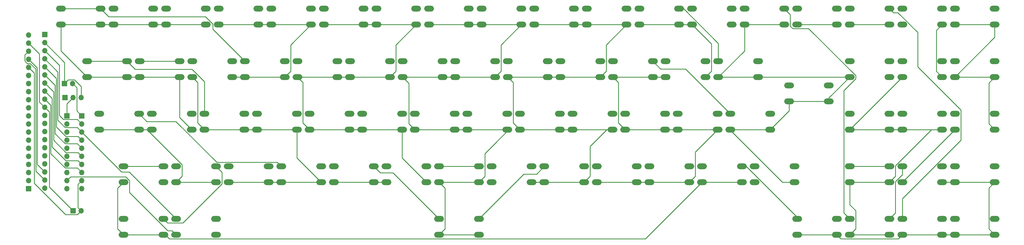
<source format=gbl>
G04 #@! TF.GenerationSoftware,KiCad,Pcbnew,(5.1.12)-1*
G04 #@! TF.CreationDate,2023-03-25T16:13:48+00:00*
G04 #@! TF.ProjectId,Keyboard,4b657962-6f61-4726-942e-6b696361645f,rev?*
G04 #@! TF.SameCoordinates,Original*
G04 #@! TF.FileFunction,Copper,L2,Bot*
G04 #@! TF.FilePolarity,Positive*
%FSLAX46Y46*%
G04 Gerber Fmt 4.6, Leading zero omitted, Abs format (unit mm)*
G04 Created by KiCad (PCBNEW (5.1.12)-1) date 2023-03-25 16:13:48*
%MOMM*%
%LPD*%
G01*
G04 APERTURE LIST*
G04 #@! TA.AperFunction,ComponentPad*
%ADD10O,1.700000X1.700000*%
G04 #@! TD*
G04 #@! TA.AperFunction,ComponentPad*
%ADD11R,1.700000X1.700000*%
G04 #@! TD*
G04 #@! TA.AperFunction,ComponentPad*
%ADD12O,3.048000X1.850000*%
G04 #@! TD*
G04 #@! TA.AperFunction,Conductor*
%ADD13C,0.250000*%
G04 #@! TD*
G04 APERTURE END LIST*
D10*
G04 #@! TO.P,JP2,2*
G04 #@! TO.N,Net-(J3-Pad1)*
X70612000Y-112141000D03*
D11*
G04 #@! TO.P,JP2,1*
G04 #@! TO.N,Y10*
X68072000Y-112141000D03*
G04 #@! TD*
D10*
G04 #@! TO.P,JP1,3*
G04 #@! TO.N,Y10*
X73279000Y-116586000D03*
G04 #@! TO.P,JP1,2*
G04 #@! TO.N,Net-(J2-Pad1)*
X70739000Y-116586000D03*
D11*
G04 #@! TO.P,JP1,1*
G04 #@! TO.N,X8*
X68199000Y-116586000D03*
G04 #@! TD*
D10*
G04 #@! TO.P,JP3,2*
G04 #@! TO.N,X9*
X73279000Y-152146000D03*
D11*
G04 #@! TO.P,JP3,1*
G04 #@! TO.N,X8*
X70739000Y-152146000D03*
G04 #@! TD*
D12*
G04 #@! TO.P,SW22,2*
G04 #@! TO.N,Y3*
X268224000Y-143176000D03*
G04 #@! TO.P,SW22,1*
G04 #@! TO.N,X7*
X268224000Y-138176000D03*
G04 #@! TO.P,SW22,2*
G04 #@! TO.N,Y3*
X280724000Y-143176000D03*
G04 #@! TO.P,SW22,1*
G04 #@! TO.N,X7*
X280724000Y-138176000D03*
G04 #@! TD*
D10*
G04 #@! TO.P,J6,20*
G04 #@! TO.N,Net-(J6-Pad20)*
X56769000Y-96901000D03*
G04 #@! TO.P,J6,19*
G04 #@! TO.N,X8*
X56769000Y-99441000D03*
G04 #@! TO.P,J6,18*
G04 #@! TO.N,Y1*
X56769000Y-101981000D03*
G04 #@! TO.P,J6,17*
G04 #@! TO.N,Y2*
X56769000Y-104521000D03*
G04 #@! TO.P,J6,16*
G04 #@! TO.N,X9*
X56769000Y-107061000D03*
G04 #@! TO.P,J6,15*
G04 #@! TO.N,Y10*
X56769000Y-109601000D03*
G04 #@! TO.P,J6,14*
G04 #@! TO.N,X1*
X56769000Y-112141000D03*
G04 #@! TO.P,J6,13*
G04 #@! TO.N,X2*
X56769000Y-114681000D03*
G04 #@! TO.P,J6,12*
G04 #@! TO.N,X3*
X56769000Y-117221000D03*
G04 #@! TO.P,J6,11*
G04 #@! TO.N,X4*
X56769000Y-119761000D03*
G04 #@! TO.P,J6,10*
G04 #@! TO.N,X5*
X56769000Y-122301000D03*
G04 #@! TO.P,J6,9*
G04 #@! TO.N,X6*
X56769000Y-124841000D03*
G04 #@! TO.P,J6,8*
G04 #@! TO.N,X7*
X56769000Y-127381000D03*
G04 #@! TO.P,J6,7*
G04 #@! TO.N,Y9*
X56769000Y-129921000D03*
G04 #@! TO.P,J6,6*
G04 #@! TO.N,Y8*
X56769000Y-132461000D03*
G04 #@! TO.P,J6,5*
G04 #@! TO.N,Y7*
X56769000Y-135001000D03*
G04 #@! TO.P,J6,4*
G04 #@! TO.N,Y6*
X56769000Y-137541000D03*
G04 #@! TO.P,J6,3*
G04 #@! TO.N,Y5*
X56769000Y-140081000D03*
G04 #@! TO.P,J6,2*
G04 #@! TO.N,Y4*
X56769000Y-142621000D03*
D11*
G04 #@! TO.P,J6,1*
G04 #@! TO.N,Y3*
X56769000Y-145161000D03*
G04 #@! TD*
D10*
G04 #@! TO.P,J3,10*
G04 #@! TO.N,Net-(J3-Pad10)*
X73484000Y-145161000D03*
G04 #@! TO.P,J3,9*
G04 #@! TO.N,X9*
X73484000Y-142621000D03*
G04 #@! TO.P,J3,8*
G04 #@! TO.N,X7*
X73484000Y-140081000D03*
G04 #@! TO.P,J3,7*
G04 #@! TO.N,X6*
X73484000Y-137541000D03*
G04 #@! TO.P,J3,6*
G04 #@! TO.N,X5*
X73484000Y-135001000D03*
G04 #@! TO.P,J3,5*
G04 #@! TO.N,X4*
X73484000Y-132461000D03*
G04 #@! TO.P,J3,4*
G04 #@! TO.N,X3*
X73484000Y-129921000D03*
G04 #@! TO.P,J3,3*
G04 #@! TO.N,X2*
X73484000Y-127381000D03*
G04 #@! TO.P,J3,2*
G04 #@! TO.N,X1*
X73484000Y-124841000D03*
D11*
G04 #@! TO.P,J3,1*
G04 #@! TO.N,Net-(J3-Pad1)*
X73484000Y-122301000D03*
G04 #@! TD*
D10*
G04 #@! TO.P,J2,10*
G04 #@! TO.N,Y1*
X68834000Y-145161000D03*
G04 #@! TO.P,J2,9*
G04 #@! TO.N,Y2*
X68834000Y-142621000D03*
G04 #@! TO.P,J2,8*
G04 #@! TO.N,Y3*
X68834000Y-140081000D03*
G04 #@! TO.P,J2,7*
G04 #@! TO.N,Y4*
X68834000Y-137541000D03*
G04 #@! TO.P,J2,6*
G04 #@! TO.N,Y5*
X68834000Y-135001000D03*
G04 #@! TO.P,J2,5*
G04 #@! TO.N,Y6*
X68834000Y-132461000D03*
G04 #@! TO.P,J2,4*
G04 #@! TO.N,Y7*
X68834000Y-129921000D03*
G04 #@! TO.P,J2,3*
G04 #@! TO.N,Y8*
X68834000Y-127381000D03*
G04 #@! TO.P,J2,2*
G04 #@! TO.N,Y9*
X68834000Y-124841000D03*
D11*
G04 #@! TO.P,J2,1*
G04 #@! TO.N,Net-(J2-Pad1)*
X68834000Y-122301000D03*
G04 #@! TD*
D12*
G04 #@! TO.P,SW121,2*
G04 #@! TO.N,Y3*
X284734000Y-143176000D03*
G04 #@! TO.P,SW121,1*
G04 #@! TO.N,X6*
X284734000Y-138176000D03*
G04 #@! TO.P,SW121,2*
G04 #@! TO.N,Y3*
X297234000Y-143176000D03*
G04 #@! TO.P,SW121,1*
G04 #@! TO.N,X6*
X297234000Y-138176000D03*
G04 #@! TD*
G04 #@! TO.P,SW79,2*
G04 #@! TO.N,Y10*
X298069000Y-93646000D03*
G04 #@! TO.P,SW79,1*
G04 #@! TO.N,X9*
X298069000Y-88646000D03*
G04 #@! TO.P,SW79,2*
G04 #@! TO.N,Y10*
X310569000Y-93646000D03*
G04 #@! TO.P,SW79,1*
G04 #@! TO.N,X9*
X310569000Y-88646000D03*
G04 #@! TD*
G04 #@! TO.P,SW71,2*
G04 #@! TO.N,Y9*
X103124000Y-143176000D03*
G04 #@! TO.P,SW71,1*
G04 #@! TO.N,X8*
X103124000Y-138176000D03*
G04 #@! TO.P,SW71,2*
G04 #@! TO.N,Y9*
X115624000Y-143176000D03*
G04 #@! TO.P,SW71,1*
G04 #@! TO.N,X8*
X115624000Y-138176000D03*
G04 #@! TD*
G04 #@! TO.P,SW70,2*
G04 #@! TO.N,Y9*
X78994000Y-126666000D03*
G04 #@! TO.P,SW70,1*
G04 #@! TO.N,X7*
X78994000Y-121666000D03*
G04 #@! TO.P,SW70,2*
G04 #@! TO.N,Y9*
X91494000Y-126666000D03*
G04 #@! TO.P,SW70,1*
G04 #@! TO.N,X7*
X91494000Y-121666000D03*
G04 #@! TD*
G04 #@! TO.P,SW69,2*
G04 #@! TO.N,Y9*
X95504000Y-126666000D03*
G04 #@! TO.P,SW69,1*
G04 #@! TO.N,X6*
X95504000Y-121666000D03*
G04 #@! TO.P,SW69,2*
G04 #@! TO.N,Y9*
X108004000Y-126666000D03*
G04 #@! TO.P,SW69,1*
G04 #@! TO.N,X6*
X108004000Y-121666000D03*
G04 #@! TD*
G04 #@! TO.P,SW68,2*
G04 #@! TO.N,Y9*
X75184000Y-110156000D03*
G04 #@! TO.P,SW68,1*
G04 #@! TO.N,X5*
X75184000Y-105156000D03*
G04 #@! TO.P,SW68,2*
G04 #@! TO.N,Y9*
X87684000Y-110156000D03*
G04 #@! TO.P,SW68,1*
G04 #@! TO.N,X5*
X87684000Y-105156000D03*
G04 #@! TD*
G04 #@! TO.P,SW67,2*
G04 #@! TO.N,Y9*
X91694000Y-110156000D03*
G04 #@! TO.P,SW67,1*
G04 #@! TO.N,X4*
X91694000Y-105156000D03*
G04 #@! TO.P,SW67,2*
G04 #@! TO.N,Y9*
X104194000Y-110156000D03*
G04 #@! TO.P,SW67,1*
G04 #@! TO.N,X4*
X104194000Y-105156000D03*
G04 #@! TD*
G04 #@! TO.P,SW66,2*
G04 #@! TO.N,Y9*
X66929000Y-93646000D03*
G04 #@! TO.P,SW66,1*
G04 #@! TO.N,X3*
X66929000Y-88646000D03*
G04 #@! TO.P,SW66,2*
G04 #@! TO.N,Y9*
X79429000Y-93646000D03*
G04 #@! TO.P,SW66,1*
G04 #@! TO.N,X3*
X79429000Y-88646000D03*
G04 #@! TD*
G04 #@! TO.P,SW65,2*
G04 #@! TO.N,Y9*
X99949000Y-93646000D03*
G04 #@! TO.P,SW65,1*
G04 #@! TO.N,X2*
X99949000Y-88646000D03*
G04 #@! TO.P,SW65,2*
G04 #@! TO.N,Y9*
X112449000Y-93646000D03*
G04 #@! TO.P,SW65,1*
G04 #@! TO.N,X2*
X112449000Y-88646000D03*
G04 #@! TD*
G04 #@! TO.P,SW64,2*
G04 #@! TO.N,Y9*
X83439000Y-93646000D03*
G04 #@! TO.P,SW64,1*
G04 #@! TO.N,X1*
X83439000Y-88646000D03*
G04 #@! TO.P,SW64,2*
G04 #@! TO.N,Y9*
X95939000Y-93646000D03*
G04 #@! TO.P,SW64,1*
G04 #@! TO.N,X1*
X95939000Y-88646000D03*
G04 #@! TD*
G04 #@! TO.P,SW63,2*
G04 #@! TO.N,Y8*
X119634000Y-143176000D03*
G04 #@! TO.P,SW63,1*
G04 #@! TO.N,X8*
X119634000Y-138176000D03*
G04 #@! TO.P,SW63,2*
G04 #@! TO.N,Y8*
X132134000Y-143176000D03*
G04 #@! TO.P,SW63,1*
G04 #@! TO.N,X8*
X132134000Y-138176000D03*
G04 #@! TD*
G04 #@! TO.P,SW62,2*
G04 #@! TO.N,Y8*
X136144000Y-143176000D03*
G04 #@! TO.P,SW62,1*
G04 #@! TO.N,X7*
X136144000Y-138176000D03*
G04 #@! TO.P,SW62,2*
G04 #@! TO.N,Y8*
X148644000Y-143176000D03*
G04 #@! TO.P,SW62,1*
G04 #@! TO.N,X7*
X148644000Y-138176000D03*
G04 #@! TD*
G04 #@! TO.P,SW61,2*
G04 #@! TO.N,Y8*
X128524000Y-126666000D03*
G04 #@! TO.P,SW61,1*
G04 #@! TO.N,X6*
X128524000Y-121666000D03*
G04 #@! TO.P,SW61,2*
G04 #@! TO.N,Y8*
X141024000Y-126666000D03*
G04 #@! TO.P,SW61,1*
G04 #@! TO.N,X6*
X141024000Y-121666000D03*
G04 #@! TD*
G04 #@! TO.P,SW60,2*
G04 #@! TO.N,Y8*
X112014000Y-126666000D03*
G04 #@! TO.P,SW60,1*
G04 #@! TO.N,X5*
X112014000Y-121666000D03*
G04 #@! TO.P,SW60,2*
G04 #@! TO.N,Y8*
X124514000Y-126666000D03*
G04 #@! TO.P,SW60,1*
G04 #@! TO.N,X5*
X124514000Y-121666000D03*
G04 #@! TD*
G04 #@! TO.P,SW59,2*
G04 #@! TO.N,Y8*
X108204000Y-110156000D03*
G04 #@! TO.P,SW59,1*
G04 #@! TO.N,X4*
X108204000Y-105156000D03*
G04 #@! TO.P,SW59,2*
G04 #@! TO.N,Y8*
X120704000Y-110156000D03*
G04 #@! TO.P,SW59,1*
G04 #@! TO.N,X4*
X120704000Y-105156000D03*
G04 #@! TD*
G04 #@! TO.P,SW58,2*
G04 #@! TO.N,Y8*
X124714000Y-110156000D03*
G04 #@! TO.P,SW58,1*
G04 #@! TO.N,X3*
X124714000Y-105156000D03*
G04 #@! TO.P,SW58,2*
G04 #@! TO.N,Y8*
X137214000Y-110156000D03*
G04 #@! TO.P,SW58,1*
G04 #@! TO.N,X3*
X137214000Y-105156000D03*
G04 #@! TD*
G04 #@! TO.P,SW57,2*
G04 #@! TO.N,Y8*
X116459000Y-93646000D03*
G04 #@! TO.P,SW57,1*
G04 #@! TO.N,X2*
X116459000Y-88646000D03*
G04 #@! TO.P,SW57,2*
G04 #@! TO.N,Y8*
X128959000Y-93646000D03*
G04 #@! TO.P,SW57,1*
G04 #@! TO.N,X2*
X128959000Y-88646000D03*
G04 #@! TD*
G04 #@! TO.P,SW56,2*
G04 #@! TO.N,Y8*
X132969000Y-93646000D03*
G04 #@! TO.P,SW56,1*
G04 #@! TO.N,X1*
X132969000Y-88646000D03*
G04 #@! TO.P,SW56,2*
G04 #@! TO.N,Y8*
X145469000Y-93646000D03*
G04 #@! TO.P,SW56,1*
G04 #@! TO.N,X1*
X145469000Y-88646000D03*
G04 #@! TD*
G04 #@! TO.P,SW55,2*
G04 #@! TO.N,Y7*
X152654000Y-143176000D03*
G04 #@! TO.P,SW55,1*
G04 #@! TO.N,X8*
X152654000Y-138176000D03*
G04 #@! TO.P,SW55,2*
G04 #@! TO.N,Y7*
X165154000Y-143176000D03*
G04 #@! TO.P,SW55,1*
G04 #@! TO.N,X8*
X165154000Y-138176000D03*
G04 #@! TD*
G04 #@! TO.P,SW54,2*
G04 #@! TO.N,Y7*
X169164000Y-143176000D03*
G04 #@! TO.P,SW54,1*
G04 #@! TO.N,X7*
X169164000Y-138176000D03*
G04 #@! TO.P,SW54,2*
G04 #@! TO.N,Y7*
X181664000Y-143176000D03*
G04 #@! TO.P,SW54,1*
G04 #@! TO.N,X7*
X181664000Y-138176000D03*
G04 #@! TD*
G04 #@! TO.P,SW53,2*
G04 #@! TO.N,Y7*
X145034000Y-126666000D03*
G04 #@! TO.P,SW53,1*
G04 #@! TO.N,X6*
X145034000Y-121666000D03*
G04 #@! TO.P,SW53,2*
G04 #@! TO.N,Y7*
X157534000Y-126666000D03*
G04 #@! TO.P,SW53,1*
G04 #@! TO.N,X6*
X157534000Y-121666000D03*
G04 #@! TD*
G04 #@! TO.P,SW52,2*
G04 #@! TO.N,Y7*
X161544000Y-126666000D03*
G04 #@! TO.P,SW52,1*
G04 #@! TO.N,X5*
X161544000Y-121666000D03*
G04 #@! TO.P,SW52,2*
G04 #@! TO.N,Y7*
X174044000Y-126666000D03*
G04 #@! TO.P,SW52,1*
G04 #@! TO.N,X5*
X174044000Y-121666000D03*
G04 #@! TD*
G04 #@! TO.P,SW51,2*
G04 #@! TO.N,Y7*
X157734000Y-110156000D03*
G04 #@! TO.P,SW51,1*
G04 #@! TO.N,X4*
X157734000Y-105156000D03*
G04 #@! TO.P,SW51,2*
G04 #@! TO.N,Y7*
X170234000Y-110156000D03*
G04 #@! TO.P,SW51,1*
G04 #@! TO.N,X4*
X170234000Y-105156000D03*
G04 #@! TD*
G04 #@! TO.P,SW50,2*
G04 #@! TO.N,Y7*
X141224000Y-110156000D03*
G04 #@! TO.P,SW50,1*
G04 #@! TO.N,X3*
X141224000Y-105156000D03*
G04 #@! TO.P,SW50,2*
G04 #@! TO.N,Y7*
X153724000Y-110156000D03*
G04 #@! TO.P,SW50,1*
G04 #@! TO.N,X3*
X153724000Y-105156000D03*
G04 #@! TD*
G04 #@! TO.P,SW49,2*
G04 #@! TO.N,Y7*
X149479000Y-93646000D03*
G04 #@! TO.P,SW49,1*
G04 #@! TO.N,X2*
X149479000Y-88646000D03*
G04 #@! TO.P,SW49,2*
G04 #@! TO.N,Y7*
X161979000Y-93646000D03*
G04 #@! TO.P,SW49,1*
G04 #@! TO.N,X2*
X161979000Y-88646000D03*
G04 #@! TD*
G04 #@! TO.P,SW48,2*
G04 #@! TO.N,Y7*
X165989000Y-93646000D03*
G04 #@! TO.P,SW48,1*
G04 #@! TO.N,X1*
X165989000Y-88646000D03*
G04 #@! TO.P,SW48,2*
G04 #@! TO.N,Y7*
X178489000Y-93646000D03*
G04 #@! TO.P,SW48,1*
G04 #@! TO.N,X1*
X178489000Y-88646000D03*
G04 #@! TD*
G04 #@! TO.P,SW47,2*
G04 #@! TO.N,Y6*
X185674000Y-159686000D03*
G04 #@! TO.P,SW47,1*
G04 #@! TO.N,X8*
X185674000Y-154686000D03*
G04 #@! TO.P,SW47,2*
G04 #@! TO.N,Y6*
X198174000Y-159686000D03*
G04 #@! TO.P,SW47,1*
G04 #@! TO.N,X8*
X198174000Y-154686000D03*
G04 #@! TD*
G04 #@! TO.P,SW46,2*
G04 #@! TO.N,Y6*
X185674000Y-143176000D03*
G04 #@! TO.P,SW46,1*
G04 #@! TO.N,X7*
X185674000Y-138176000D03*
G04 #@! TO.P,SW46,2*
G04 #@! TO.N,Y6*
X198174000Y-143176000D03*
G04 #@! TO.P,SW46,1*
G04 #@! TO.N,X7*
X198174000Y-138176000D03*
G04 #@! TD*
G04 #@! TO.P,SW45,2*
G04 #@! TO.N,Y6*
X194564000Y-126666000D03*
G04 #@! TO.P,SW45,1*
G04 #@! TO.N,X6*
X194564000Y-121666000D03*
G04 #@! TO.P,SW45,2*
G04 #@! TO.N,Y6*
X207064000Y-126666000D03*
G04 #@! TO.P,SW45,1*
G04 #@! TO.N,X6*
X207064000Y-121666000D03*
G04 #@! TD*
G04 #@! TO.P,SW44,2*
G04 #@! TO.N,Y6*
X178054000Y-126666000D03*
G04 #@! TO.P,SW44,1*
G04 #@! TO.N,X5*
X178054000Y-121666000D03*
G04 #@! TO.P,SW44,2*
G04 #@! TO.N,Y6*
X190554000Y-126666000D03*
G04 #@! TO.P,SW44,1*
G04 #@! TO.N,X5*
X190554000Y-121666000D03*
G04 #@! TD*
G04 #@! TO.P,SW43,2*
G04 #@! TO.N,Y6*
X174244000Y-110156000D03*
G04 #@! TO.P,SW43,1*
G04 #@! TO.N,X4*
X174244000Y-105156000D03*
G04 #@! TO.P,SW43,2*
G04 #@! TO.N,Y6*
X186744000Y-110156000D03*
G04 #@! TO.P,SW43,1*
G04 #@! TO.N,X4*
X186744000Y-105156000D03*
G04 #@! TD*
G04 #@! TO.P,SW42,2*
G04 #@! TO.N,Y6*
X190754000Y-110156000D03*
G04 #@! TO.P,SW42,1*
G04 #@! TO.N,X3*
X190754000Y-105156000D03*
G04 #@! TO.P,SW42,2*
G04 #@! TO.N,Y6*
X203254000Y-110156000D03*
G04 #@! TO.P,SW42,1*
G04 #@! TO.N,X3*
X203254000Y-105156000D03*
G04 #@! TD*
G04 #@! TO.P,SW41,2*
G04 #@! TO.N,Y6*
X182499000Y-93646000D03*
G04 #@! TO.P,SW41,1*
G04 #@! TO.N,X2*
X182499000Y-88646000D03*
G04 #@! TO.P,SW41,2*
G04 #@! TO.N,Y6*
X194999000Y-93646000D03*
G04 #@! TO.P,SW41,1*
G04 #@! TO.N,X2*
X194999000Y-88646000D03*
G04 #@! TD*
G04 #@! TO.P,SW40,2*
G04 #@! TO.N,Y6*
X199009000Y-93646000D03*
G04 #@! TO.P,SW40,1*
G04 #@! TO.N,X1*
X199009000Y-88646000D03*
G04 #@! TO.P,SW40,2*
G04 #@! TO.N,Y6*
X211509000Y-93646000D03*
G04 #@! TO.P,SW40,1*
G04 #@! TO.N,X1*
X211509000Y-88646000D03*
G04 #@! TD*
G04 #@! TO.P,SW39,2*
G04 #@! TO.N,Y5*
X218694000Y-143176000D03*
G04 #@! TO.P,SW39,1*
G04 #@! TO.N,X8*
X218694000Y-138176000D03*
G04 #@! TO.P,SW39,2*
G04 #@! TO.N,Y5*
X231194000Y-143176000D03*
G04 #@! TO.P,SW39,1*
G04 #@! TO.N,X8*
X231194000Y-138176000D03*
G04 #@! TD*
G04 #@! TO.P,SW38,2*
G04 #@! TO.N,Y5*
X202184000Y-143176000D03*
G04 #@! TO.P,SW38,1*
G04 #@! TO.N,X7*
X202184000Y-138176000D03*
G04 #@! TO.P,SW38,2*
G04 #@! TO.N,Y5*
X214684000Y-143176000D03*
G04 #@! TO.P,SW38,1*
G04 #@! TO.N,X7*
X214684000Y-138176000D03*
G04 #@! TD*
G04 #@! TO.P,SW37,2*
G04 #@! TO.N,Y5*
X211074000Y-126666000D03*
G04 #@! TO.P,SW37,1*
G04 #@! TO.N,X6*
X211074000Y-121666000D03*
G04 #@! TO.P,SW37,2*
G04 #@! TO.N,Y5*
X223574000Y-126666000D03*
G04 #@! TO.P,SW37,1*
G04 #@! TO.N,X6*
X223574000Y-121666000D03*
G04 #@! TD*
G04 #@! TO.P,SW36,2*
G04 #@! TO.N,Y5*
X227584000Y-126666000D03*
G04 #@! TO.P,SW36,1*
G04 #@! TO.N,X5*
X227584000Y-121666000D03*
G04 #@! TO.P,SW36,2*
G04 #@! TO.N,Y5*
X240084000Y-126666000D03*
G04 #@! TO.P,SW36,1*
G04 #@! TO.N,X5*
X240084000Y-121666000D03*
G04 #@! TD*
G04 #@! TO.P,SW35,2*
G04 #@! TO.N,Y5*
X207264000Y-110156000D03*
G04 #@! TO.P,SW35,1*
G04 #@! TO.N,X4*
X207264000Y-105156000D03*
G04 #@! TO.P,SW35,2*
G04 #@! TO.N,Y5*
X219764000Y-110156000D03*
G04 #@! TO.P,SW35,1*
G04 #@! TO.N,X4*
X219764000Y-105156000D03*
G04 #@! TD*
G04 #@! TO.P,SW34,2*
G04 #@! TO.N,Y5*
X223774000Y-110156000D03*
G04 #@! TO.P,SW34,1*
G04 #@! TO.N,X3*
X223774000Y-105156000D03*
G04 #@! TO.P,SW34,2*
G04 #@! TO.N,Y5*
X236274000Y-110156000D03*
G04 #@! TO.P,SW34,1*
G04 #@! TO.N,X3*
X236274000Y-105156000D03*
G04 #@! TD*
G04 #@! TO.P,SW33,2*
G04 #@! TO.N,Y5*
X215519000Y-93646000D03*
G04 #@! TO.P,SW33,1*
G04 #@! TO.N,X2*
X215519000Y-88646000D03*
G04 #@! TO.P,SW33,2*
G04 #@! TO.N,Y5*
X228019000Y-93646000D03*
G04 #@! TO.P,SW33,1*
G04 #@! TO.N,X2*
X228019000Y-88646000D03*
G04 #@! TD*
G04 #@! TO.P,SW32,2*
G04 #@! TO.N,Y5*
X232029000Y-93646000D03*
G04 #@! TO.P,SW32,1*
G04 #@! TO.N,X1*
X232029000Y-88646000D03*
G04 #@! TO.P,SW32,2*
G04 #@! TO.N,Y5*
X244529000Y-93646000D03*
G04 #@! TO.P,SW32,1*
G04 #@! TO.N,X1*
X244529000Y-88646000D03*
G04 #@! TD*
G04 #@! TO.P,SW31,2*
G04 #@! TO.N,Y4*
X235204000Y-143176000D03*
G04 #@! TO.P,SW31,1*
G04 #@! TO.N,X8*
X235204000Y-138176000D03*
G04 #@! TO.P,SW31,2*
G04 #@! TO.N,Y4*
X247704000Y-143176000D03*
G04 #@! TO.P,SW31,1*
G04 #@! TO.N,X8*
X247704000Y-138176000D03*
G04 #@! TD*
G04 #@! TO.P,SW30,2*
G04 #@! TO.N,Y4*
X251714000Y-143176000D03*
G04 #@! TO.P,SW30,1*
G04 #@! TO.N,X7*
X251714000Y-138176000D03*
G04 #@! TO.P,SW30,2*
G04 #@! TO.N,Y4*
X264214000Y-143176000D03*
G04 #@! TO.P,SW30,1*
G04 #@! TO.N,X7*
X264214000Y-138176000D03*
G04 #@! TD*
G04 #@! TO.P,SW29,2*
G04 #@! TO.N,Y4*
X244094000Y-126666000D03*
G04 #@! TO.P,SW29,1*
G04 #@! TO.N,X6*
X244094000Y-121666000D03*
G04 #@! TO.P,SW29,2*
G04 #@! TO.N,Y4*
X256594000Y-126666000D03*
G04 #@! TO.P,SW29,1*
G04 #@! TO.N,X6*
X256594000Y-121666000D03*
G04 #@! TD*
G04 #@! TO.P,SW28,2*
G04 #@! TO.N,Y4*
X260604000Y-126666000D03*
G04 #@! TO.P,SW28,1*
G04 #@! TO.N,X5*
X260604000Y-121666000D03*
G04 #@! TO.P,SW28,2*
G04 #@! TO.N,Y4*
X273104000Y-126666000D03*
G04 #@! TO.P,SW28,1*
G04 #@! TO.N,X5*
X273104000Y-121666000D03*
G04 #@! TD*
G04 #@! TO.P,SW27,2*
G04 #@! TO.N,Y4*
X240284000Y-110156000D03*
G04 #@! TO.P,SW27,1*
G04 #@! TO.N,X4*
X240284000Y-105156000D03*
G04 #@! TO.P,SW27,2*
G04 #@! TO.N,Y4*
X252784000Y-110156000D03*
G04 #@! TO.P,SW27,1*
G04 #@! TO.N,X4*
X252784000Y-105156000D03*
G04 #@! TD*
G04 #@! TO.P,SW26,2*
G04 #@! TO.N,Y4*
X256794000Y-110156000D03*
G04 #@! TO.P,SW26,1*
G04 #@! TO.N,X3*
X256794000Y-105156000D03*
G04 #@! TO.P,SW26,2*
G04 #@! TO.N,Y4*
X269294000Y-110156000D03*
G04 #@! TO.P,SW26,1*
G04 #@! TO.N,X3*
X269294000Y-105156000D03*
G04 #@! TD*
G04 #@! TO.P,SW25,2*
G04 #@! TO.N,Y4*
X248539000Y-93646000D03*
G04 #@! TO.P,SW25,1*
G04 #@! TO.N,X2*
X248539000Y-88646000D03*
G04 #@! TO.P,SW25,2*
G04 #@! TO.N,Y4*
X261039000Y-93646000D03*
G04 #@! TO.P,SW25,1*
G04 #@! TO.N,X2*
X261039000Y-88646000D03*
G04 #@! TD*
G04 #@! TO.P,SW24,2*
G04 #@! TO.N,Y4*
X265049000Y-93646000D03*
G04 #@! TO.P,SW24,1*
G04 #@! TO.N,X1*
X265049000Y-88646000D03*
G04 #@! TO.P,SW24,2*
G04 #@! TO.N,Y4*
X277549000Y-93646000D03*
G04 #@! TO.P,SW24,1*
G04 #@! TO.N,X1*
X277549000Y-88646000D03*
G04 #@! TD*
G04 #@! TO.P,SW23,2*
G04 #@! TO.N,Y3*
X86614000Y-159686000D03*
G04 #@! TO.P,SW23,1*
G04 #@! TO.N,X8*
X86614000Y-154686000D03*
G04 #@! TO.P,SW23,2*
G04 #@! TO.N,Y3*
X99114000Y-159686000D03*
G04 #@! TO.P,SW23,1*
G04 #@! TO.N,X8*
X99114000Y-154686000D03*
G04 #@! TD*
G04 #@! TO.P,SW21,2*
G04 #@! TO.N,Y3*
X86614000Y-143176000D03*
G04 #@! TO.P,SW21,1*
G04 #@! TO.N,X6*
X86614000Y-138176000D03*
G04 #@! TO.P,SW21,2*
G04 #@! TO.N,Y3*
X99114000Y-143176000D03*
G04 #@! TO.P,SW21,1*
G04 #@! TO.N,X6*
X99114000Y-138176000D03*
G04 #@! TD*
G04 #@! TO.P,SW20,2*
G04 #@! TO.N,Y3*
X314579000Y-110156000D03*
G04 #@! TO.P,SW20,1*
G04 #@! TO.N,X5*
X314579000Y-105156000D03*
G04 #@! TO.P,SW20,2*
G04 #@! TO.N,Y3*
X327079000Y-110156000D03*
G04 #@! TO.P,SW20,1*
G04 #@! TO.N,X5*
X327079000Y-105156000D03*
G04 #@! TD*
G04 #@! TO.P,SW19,2*
G04 #@! TO.N,Y3*
X277114000Y-126666000D03*
G04 #@! TO.P,SW19,1*
G04 #@! TO.N,X4*
X277114000Y-121666000D03*
G04 #@! TO.P,SW19,2*
G04 #@! TO.N,Y3*
X289614000Y-126666000D03*
G04 #@! TO.P,SW19,1*
G04 #@! TO.N,X4*
X289614000Y-121666000D03*
G04 #@! TD*
G04 #@! TO.P,SW18,2*
G04 #@! TO.N,Y3*
X295529000Y-117776000D03*
G04 #@! TO.P,SW18,1*
G04 #@! TO.N,X3*
X295529000Y-112776000D03*
G04 #@! TO.P,SW18,2*
G04 #@! TO.N,Y3*
X308029000Y-117776000D03*
G04 #@! TO.P,SW18,1*
G04 #@! TO.N,X3*
X308029000Y-112776000D03*
G04 #@! TD*
G04 #@! TO.P,SW17,2*
G04 #@! TO.N,Y3*
X273304000Y-110156000D03*
G04 #@! TO.P,SW17,1*
G04 #@! TO.N,X2*
X273304000Y-105156000D03*
G04 #@! TO.P,SW17,2*
G04 #@! TO.N,Y3*
X285804000Y-110156000D03*
G04 #@! TO.P,SW17,1*
G04 #@! TO.N,X2*
X285804000Y-105156000D03*
G04 #@! TD*
G04 #@! TO.P,SW16,2*
G04 #@! TO.N,Y3*
X281559000Y-93646000D03*
G04 #@! TO.P,SW16,1*
G04 #@! TO.N,X1*
X281559000Y-88646000D03*
G04 #@! TO.P,SW16,2*
G04 #@! TO.N,Y3*
X294059000Y-93646000D03*
G04 #@! TO.P,SW16,1*
G04 #@! TO.N,X1*
X294059000Y-88646000D03*
G04 #@! TD*
G04 #@! TO.P,SW15,2*
G04 #@! TO.N,Y2*
X314579000Y-143176000D03*
G04 #@! TO.P,SW15,1*
G04 #@! TO.N,X8*
X314579000Y-138176000D03*
G04 #@! TO.P,SW15,2*
G04 #@! TO.N,Y2*
X327079000Y-143176000D03*
G04 #@! TO.P,SW15,1*
G04 #@! TO.N,X8*
X327079000Y-138176000D03*
G04 #@! TD*
G04 #@! TO.P,SW14,2*
G04 #@! TO.N,Y2*
X331089000Y-126666000D03*
G04 #@! TO.P,SW14,1*
G04 #@! TO.N,X7*
X331089000Y-121666000D03*
G04 #@! TO.P,SW14,2*
G04 #@! TO.N,Y2*
X343589000Y-126666000D03*
G04 #@! TO.P,SW14,1*
G04 #@! TO.N,X7*
X343589000Y-121666000D03*
G04 #@! TD*
G04 #@! TO.P,SW13,2*
G04 #@! TO.N,Y2*
X314579000Y-126666000D03*
G04 #@! TO.P,SW13,1*
G04 #@! TO.N,X6*
X314579000Y-121666000D03*
G04 #@! TO.P,SW13,2*
G04 #@! TO.N,Y2*
X327079000Y-126666000D03*
G04 #@! TO.P,SW13,1*
G04 #@! TO.N,X6*
X327079000Y-121666000D03*
G04 #@! TD*
G04 #@! TO.P,SW12,2*
G04 #@! TO.N,Y2*
X331089000Y-110156000D03*
G04 #@! TO.P,SW12,1*
G04 #@! TO.N,X5*
X331089000Y-105156000D03*
G04 #@! TO.P,SW12,2*
G04 #@! TO.N,Y2*
X343589000Y-110156000D03*
G04 #@! TO.P,SW12,1*
G04 #@! TO.N,X5*
X343589000Y-105156000D03*
G04 #@! TD*
G04 #@! TO.P,SW11,2*
G04 #@! TO.N,Y2*
X331089000Y-93646000D03*
G04 #@! TO.P,SW11,1*
G04 #@! TO.N,X4*
X331089000Y-88646000D03*
G04 #@! TO.P,SW11,2*
G04 #@! TO.N,Y2*
X343589000Y-93646000D03*
G04 #@! TO.P,SW11,1*
G04 #@! TO.N,X4*
X343589000Y-88646000D03*
G04 #@! TD*
G04 #@! TO.P,SW10,2*
G04 #@! TO.N,Y2*
X314579000Y-93646000D03*
G04 #@! TO.P,SW10,1*
G04 #@! TO.N,X3*
X314579000Y-88646000D03*
G04 #@! TO.P,SW10,2*
G04 #@! TO.N,Y2*
X327079000Y-93646000D03*
G04 #@! TO.P,SW10,1*
G04 #@! TO.N,X3*
X327079000Y-88646000D03*
G04 #@! TD*
G04 #@! TO.P,SW9,2*
G04 #@! TO.N,Y2*
X103124000Y-159686000D03*
G04 #@! TO.P,SW9,1*
G04 #@! TO.N,X2*
X103124000Y-154686000D03*
G04 #@! TO.P,SW9,2*
G04 #@! TO.N,Y2*
X115624000Y-159686000D03*
G04 #@! TO.P,SW9,1*
G04 #@! TO.N,X2*
X115624000Y-154686000D03*
G04 #@! TD*
G04 #@! TO.P,SW8,2*
G04 #@! TO.N,Y2*
X314579000Y-159686000D03*
G04 #@! TO.P,SW8,1*
G04 #@! TO.N,X1*
X314579000Y-154686000D03*
G04 #@! TO.P,SW8,2*
G04 #@! TO.N,Y2*
X327079000Y-159686000D03*
G04 #@! TO.P,SW8,1*
G04 #@! TO.N,X1*
X327079000Y-154686000D03*
G04 #@! TD*
G04 #@! TO.P,SW7,2*
G04 #@! TO.N,Y1*
X347599000Y-143176000D03*
G04 #@! TO.P,SW7,1*
G04 #@! TO.N,X8*
X347599000Y-138176000D03*
G04 #@! TO.P,SW7,2*
G04 #@! TO.N,Y1*
X360099000Y-143176000D03*
G04 #@! TO.P,SW7,1*
G04 #@! TO.N,X8*
X360099000Y-138176000D03*
G04 #@! TD*
G04 #@! TO.P,SW6,2*
G04 #@! TO.N,Y1*
X298069000Y-159686000D03*
G04 #@! TO.P,SW6,1*
G04 #@! TO.N,X7*
X298069000Y-154686000D03*
G04 #@! TO.P,SW6,2*
G04 #@! TO.N,Y1*
X310569000Y-159686000D03*
G04 #@! TO.P,SW6,1*
G04 #@! TO.N,X7*
X310569000Y-154686000D03*
G04 #@! TD*
G04 #@! TO.P,SW5,2*
G04 #@! TO.N,Y1*
X347599000Y-126666000D03*
G04 #@! TO.P,SW5,1*
G04 #@! TO.N,X6*
X347599000Y-121666000D03*
G04 #@! TO.P,SW5,2*
G04 #@! TO.N,Y1*
X360099000Y-126666000D03*
G04 #@! TO.P,SW5,1*
G04 #@! TO.N,X6*
X360099000Y-121666000D03*
G04 #@! TD*
G04 #@! TO.P,SW4,2*
G04 #@! TO.N,Y1*
X347599000Y-110156000D03*
G04 #@! TO.P,SW4,1*
G04 #@! TO.N,X5*
X347599000Y-105156000D03*
G04 #@! TO.P,SW4,2*
G04 #@! TO.N,Y1*
X360099000Y-110156000D03*
G04 #@! TO.P,SW4,1*
G04 #@! TO.N,X5*
X360099000Y-105156000D03*
G04 #@! TD*
G04 #@! TO.P,SW3,2*
G04 #@! TO.N,Y1*
X347599000Y-93646000D03*
G04 #@! TO.P,SW3,1*
G04 #@! TO.N,X4*
X347599000Y-88646000D03*
G04 #@! TO.P,SW3,2*
G04 #@! TO.N,Y1*
X360099000Y-93646000D03*
G04 #@! TO.P,SW3,1*
G04 #@! TO.N,X4*
X360099000Y-88646000D03*
G04 #@! TD*
G04 #@! TO.P,SW2,2*
G04 #@! TO.N,Y1*
X331089000Y-159686000D03*
G04 #@! TO.P,SW2,1*
G04 #@! TO.N,X3*
X331089000Y-154686000D03*
G04 #@! TO.P,SW2,2*
G04 #@! TO.N,Y1*
X343589000Y-159686000D03*
G04 #@! TO.P,SW2,1*
G04 #@! TO.N,X3*
X343589000Y-154686000D03*
G04 #@! TD*
G04 #@! TO.P,SW1,2*
G04 #@! TO.N,Y1*
X347599000Y-159686000D03*
G04 #@! TO.P,SW1,1*
G04 #@! TO.N,X2*
X347599000Y-154686000D03*
G04 #@! TO.P,SW1,2*
G04 #@! TO.N,Y1*
X360099000Y-159686000D03*
G04 #@! TO.P,SW1,1*
G04 #@! TO.N,X2*
X360099000Y-154686000D03*
G04 #@! TD*
G04 #@! TO.P,SW0,2*
G04 #@! TO.N,Y1*
X331089000Y-143176000D03*
G04 #@! TO.P,SW0,1*
G04 #@! TO.N,X1*
X331089000Y-138176000D03*
G04 #@! TO.P,SW0,2*
G04 #@! TO.N,Y1*
X343589000Y-143176000D03*
G04 #@! TO.P,SW0,1*
G04 #@! TO.N,X1*
X343589000Y-138176000D03*
G04 #@! TD*
D10*
G04 #@! TO.P,J1,20*
G04 #@! TO.N,Net-(J1-Pad20)*
X61849000Y-145034000D03*
G04 #@! TO.P,J1,19*
G04 #@! TO.N,Y1*
X61849000Y-142494000D03*
G04 #@! TO.P,J1,18*
G04 #@! TO.N,Y2*
X61849000Y-139954000D03*
G04 #@! TO.P,J1,17*
G04 #@! TO.N,Y3*
X61849000Y-137414000D03*
G04 #@! TO.P,J1,16*
G04 #@! TO.N,Y4*
X61849000Y-134874000D03*
G04 #@! TO.P,J1,15*
G04 #@! TO.N,Y5*
X61849000Y-132334000D03*
G04 #@! TO.P,J1,14*
G04 #@! TO.N,Y6*
X61849000Y-129794000D03*
G04 #@! TO.P,J1,13*
G04 #@! TO.N,Y7*
X61849000Y-127254000D03*
G04 #@! TO.P,J1,12*
G04 #@! TO.N,Y8*
X61849000Y-124714000D03*
G04 #@! TO.P,J1,11*
G04 #@! TO.N,Y9*
X61849000Y-122174000D03*
G04 #@! TO.P,J1,10*
G04 #@! TO.N,X8*
X61849000Y-119634000D03*
G04 #@! TO.P,J1,9*
G04 #@! TO.N,X7*
X61849000Y-117094000D03*
G04 #@! TO.P,J1,8*
G04 #@! TO.N,X6*
X61849000Y-114554000D03*
G04 #@! TO.P,J1,7*
G04 #@! TO.N,X5*
X61849000Y-112014000D03*
G04 #@! TO.P,J1,6*
G04 #@! TO.N,X4*
X61849000Y-109474000D03*
G04 #@! TO.P,J1,5*
G04 #@! TO.N,X3*
X61849000Y-106934000D03*
G04 #@! TO.P,J1,4*
G04 #@! TO.N,X2*
X61849000Y-104394000D03*
G04 #@! TO.P,J1,3*
G04 #@! TO.N,X1*
X61849000Y-101854000D03*
G04 #@! TO.P,J1,2*
G04 #@! TO.N,Y10*
X61849000Y-99314000D03*
D11*
G04 #@! TO.P,J1,1*
G04 #@! TO.N,X9*
X61849000Y-96774000D03*
G04 #@! TD*
D13*
G04 #@! TO.N,Y10*
X298069000Y-93646000D02*
X310569000Y-93646000D01*
X68072000Y-105537000D02*
X68072000Y-112141000D01*
X61849000Y-99314000D02*
X68072000Y-105537000D01*
X69247001Y-110965999D02*
X68072000Y-112141000D01*
X71176001Y-110965999D02*
X69247001Y-110965999D01*
X73279000Y-113068998D02*
X71176001Y-110965999D01*
X73279000Y-116586000D02*
X73279000Y-113068998D01*
G04 #@! TO.N,Y9*
X112449000Y-93646000D02*
X99949000Y-93646000D01*
X99949000Y-93646000D02*
X95939000Y-93646000D01*
X95939000Y-93646000D02*
X83439000Y-93646000D01*
X83439000Y-93646000D02*
X79429000Y-93646000D01*
X79429000Y-93646000D02*
X66929000Y-93646000D01*
X66929000Y-101901000D02*
X75184000Y-110156000D01*
X66929000Y-93646000D02*
X66929000Y-101901000D01*
X75184000Y-110156000D02*
X87684000Y-110156000D01*
X87684000Y-110156000D02*
X91694000Y-110156000D01*
X91694000Y-110156000D02*
X104194000Y-110156000D01*
X104194000Y-122856000D02*
X108004000Y-126666000D01*
X104194000Y-110156000D02*
X104194000Y-122856000D01*
X95504000Y-126666000D02*
X91494000Y-126666000D01*
X91494000Y-126666000D02*
X78994000Y-126666000D01*
X103124000Y-143176000D02*
X115624000Y-143176000D01*
X93980781Y-126666000D02*
X91494000Y-126666000D01*
X104973010Y-137658229D02*
X93980781Y-126666000D01*
X104973010Y-141326990D02*
X104973010Y-137658229D01*
X103124000Y-143176000D02*
X104973010Y-141326990D01*
G04 #@! TO.N,Y8*
X116459000Y-93646000D02*
X128959000Y-93646000D01*
X128959000Y-93646000D02*
X132969000Y-93646000D01*
X132969000Y-93646000D02*
X145469000Y-93646000D01*
X137214000Y-110156000D02*
X124714000Y-110156000D01*
X124714000Y-110156000D02*
X120704000Y-110156000D01*
X109853010Y-124505010D02*
X112014000Y-126666000D01*
X109853010Y-111805010D02*
X109853010Y-124505010D01*
X108204000Y-110156000D02*
X109853010Y-111805010D01*
X112014000Y-126666000D02*
X124514000Y-126666000D01*
X124514000Y-126666000D02*
X128524000Y-126666000D01*
X128524000Y-126666000D02*
X141024000Y-126666000D01*
X144834000Y-139366000D02*
X148644000Y-143176000D01*
X148644000Y-143176000D02*
X136144000Y-143176000D01*
X136144000Y-143176000D02*
X132134000Y-143176000D01*
X132134000Y-143176000D02*
X119634000Y-143176000D01*
X139063010Y-100051990D02*
X145469000Y-93646000D01*
X139063010Y-108306990D02*
X139063010Y-100051990D01*
X137214000Y-110156000D02*
X139063010Y-108306990D01*
X141024000Y-135556000D02*
X148644000Y-143176000D01*
X141024000Y-126666000D02*
X141024000Y-135556000D01*
G04 #@! TO.N,Y7*
X149479000Y-93646000D02*
X161979000Y-93646000D01*
X161979000Y-93646000D02*
X165989000Y-93646000D01*
X165989000Y-93646000D02*
X178489000Y-93646000D01*
X170234000Y-110156000D02*
X157734000Y-110156000D01*
X157734000Y-110156000D02*
X153724000Y-110156000D01*
X153724000Y-110156000D02*
X141224000Y-110156000D01*
X142873010Y-124505010D02*
X145034000Y-126666000D01*
X142873010Y-111805010D02*
X142873010Y-124505010D01*
X141224000Y-110156000D02*
X142873010Y-111805010D01*
X145034000Y-126666000D02*
X157534000Y-126666000D01*
X157534000Y-126666000D02*
X161544000Y-126666000D01*
X161544000Y-126666000D02*
X174044000Y-126666000D01*
X177854000Y-139366000D02*
X181664000Y-143176000D01*
X169164000Y-143176000D02*
X165154000Y-143176000D01*
X165154000Y-143176000D02*
X152654000Y-143176000D01*
X172083010Y-108306990D02*
X172083010Y-100051990D01*
X172083010Y-100051990D02*
X178489000Y-93646000D01*
X170234000Y-110156000D02*
X172083010Y-108306990D01*
X174044000Y-135556000D02*
X181664000Y-143176000D01*
X174044000Y-126666000D02*
X174044000Y-135556000D01*
G04 #@! TO.N,Y6*
X182499000Y-93646000D02*
X194999000Y-93646000D01*
X194999000Y-93646000D02*
X199009000Y-93646000D01*
X199009000Y-93646000D02*
X211509000Y-93646000D01*
X205103010Y-100051990D02*
X211509000Y-93646000D01*
X205103010Y-108306990D02*
X205103010Y-100051990D01*
X203254000Y-110156000D02*
X205103010Y-108306990D01*
X203254000Y-110156000D02*
X190754000Y-110156000D01*
X190754000Y-110156000D02*
X186744000Y-110156000D01*
X186744000Y-110156000D02*
X174244000Y-110156000D01*
X176204990Y-124816990D02*
X178054000Y-126666000D01*
X176204990Y-112116990D02*
X176204990Y-124816990D01*
X174244000Y-110156000D02*
X176204990Y-112116990D01*
X178054000Y-126666000D02*
X190554000Y-126666000D01*
X190554000Y-126666000D02*
X194564000Y-126666000D01*
X194564000Y-126666000D02*
X207064000Y-126666000D01*
X198174000Y-143176000D02*
X185674000Y-143176000D01*
X200023010Y-141326990D02*
X200023010Y-137970209D01*
X207064000Y-127119219D02*
X207064000Y-126666000D01*
X200023010Y-134160208D02*
X203223109Y-130960109D01*
X200023010Y-141326990D02*
X200023010Y-134160208D01*
X198174000Y-143176000D02*
X200023010Y-141326990D01*
X203223109Y-130960109D02*
X207064000Y-127119219D01*
X187523010Y-157836990D02*
X185674000Y-159686000D01*
X187523010Y-145025010D02*
X187523010Y-157836990D01*
X185674000Y-143176000D02*
X187523010Y-145025010D01*
X185674000Y-159686000D02*
X198174000Y-159686000D01*
G04 #@! TO.N,Y5*
X215519000Y-93646000D02*
X228019000Y-93646000D01*
X228019000Y-93646000D02*
X232029000Y-93646000D01*
X232029000Y-93646000D02*
X244529000Y-93646000D01*
X238123010Y-108306990D02*
X236274000Y-110156000D01*
X238123010Y-100051990D02*
X238123010Y-108306990D01*
X244529000Y-93646000D02*
X238123010Y-100051990D01*
X236274000Y-110156000D02*
X223774000Y-110156000D01*
X223774000Y-110156000D02*
X219764000Y-110156000D01*
X219764000Y-110156000D02*
X207264000Y-110156000D01*
X208913010Y-124505010D02*
X211074000Y-126666000D01*
X208913010Y-111805010D02*
X208913010Y-124505010D01*
X207264000Y-110156000D02*
X208913010Y-111805010D01*
X211074000Y-126666000D02*
X223574000Y-126666000D01*
X223574000Y-126666000D02*
X227584000Y-126666000D01*
X227584000Y-126666000D02*
X240084000Y-126666000D01*
X231194000Y-143176000D02*
X218694000Y-143176000D01*
X218694000Y-143176000D02*
X214684000Y-143176000D01*
X233043010Y-141326990D02*
X231194000Y-143176000D01*
X233043010Y-131932990D02*
X233043010Y-141326990D01*
X238310000Y-126666000D02*
X233043010Y-131932990D01*
X240084000Y-126666000D02*
X238310000Y-126666000D01*
G04 #@! TO.N,Y4*
X248539000Y-93646000D02*
X261039000Y-93646000D01*
X261039000Y-93646000D02*
X265049000Y-93646000D01*
X256794000Y-110156000D02*
X252784000Y-110156000D01*
X252784000Y-110156000D02*
X240284000Y-110156000D01*
X241933010Y-124505010D02*
X244094000Y-126666000D01*
X241933010Y-111805010D02*
X241933010Y-124505010D01*
X240284000Y-110156000D02*
X241933010Y-111805010D01*
X244094000Y-126666000D02*
X256594000Y-126666000D01*
X256594000Y-126666000D02*
X260604000Y-126666000D01*
X260604000Y-126666000D02*
X273104000Y-126666000D01*
X266063010Y-137516990D02*
X266063010Y-141326990D01*
X264214000Y-143176000D02*
X251714000Y-143176000D01*
X251714000Y-143176000D02*
X247704000Y-143176000D01*
X247704000Y-143176000D02*
X235204000Y-143176000D01*
X266063010Y-133706990D02*
X267957000Y-131813000D01*
X266063010Y-141326990D02*
X266063010Y-133706990D01*
X264214000Y-143176000D02*
X266063010Y-141326990D01*
X273104000Y-126666000D02*
X267957000Y-131813000D01*
X271143010Y-108306990D02*
X269294000Y-110156000D01*
X271143010Y-99740010D02*
X271143010Y-108306990D01*
X265049000Y-93646000D02*
X271143010Y-99740010D01*
G04 #@! TO.N,Y3*
X281559000Y-93646000D02*
X294059000Y-93646000D01*
X273304000Y-110156000D02*
X285804000Y-110156000D01*
X268224000Y-143176000D02*
X280724000Y-143176000D01*
X289614000Y-126666000D02*
X277114000Y-126666000D01*
X295529000Y-117776000D02*
X308029000Y-117776000D01*
X308029000Y-116706000D02*
X314579000Y-110156000D01*
X308029000Y-117776000D02*
X308029000Y-116706000D01*
X84764990Y-157836990D02*
X86614000Y-159686000D01*
X84764990Y-145025010D02*
X84764990Y-157836990D01*
X86614000Y-143176000D02*
X84764990Y-145025010D01*
X86614000Y-159686000D02*
X99114000Y-159686000D01*
X250463990Y-160936010D02*
X268224000Y-143176000D01*
X100963010Y-160936010D02*
X250463990Y-160936010D01*
X99713000Y-159686000D02*
X100963010Y-160936010D01*
X99114000Y-159686000D02*
X99713000Y-159686000D01*
X285804000Y-110156000D02*
X314579000Y-110156000D01*
X295529000Y-120751000D02*
X289614000Y-126666000D01*
X295529000Y-117776000D02*
X295529000Y-120751000D01*
X277114000Y-126866000D02*
X277114000Y-126666000D01*
X293424000Y-143176000D02*
X277114000Y-126866000D01*
X297234000Y-143176000D02*
X293424000Y-143176000D01*
X281559000Y-101901000D02*
X273304000Y-110156000D01*
X281559000Y-93646000D02*
X281559000Y-101901000D01*
G04 #@! TO.N,Y2*
X314579000Y-93646000D02*
X327079000Y-93646000D01*
X341739990Y-108306990D02*
X343589000Y-110156000D01*
X341739990Y-95495010D02*
X341739990Y-108306990D01*
X343589000Y-93646000D02*
X341739990Y-95495010D01*
X331089000Y-110156000D02*
X314579000Y-126666000D01*
X314579000Y-126666000D02*
X327079000Y-126666000D01*
X327079000Y-126666000D02*
X331089000Y-126666000D01*
X331089000Y-126666000D02*
X343589000Y-126666000D01*
X328928010Y-141326990D02*
X327079000Y-143176000D01*
X328928010Y-137970209D02*
X328928010Y-141326990D01*
X340232219Y-126666000D02*
X328928010Y-137970209D01*
X343589000Y-126666000D02*
X340232219Y-126666000D01*
X327079000Y-143176000D02*
X314579000Y-143176000D01*
X314579000Y-159686000D02*
X327079000Y-159686000D01*
X314579000Y-143176000D02*
X314579000Y-150241000D01*
X316428010Y-157836990D02*
X314579000Y-159686000D01*
X316428010Y-152090010D02*
X316428010Y-157836990D01*
X314579000Y-150241000D02*
X316428010Y-152090010D01*
X56769000Y-104521000D02*
X59505011Y-107257011D01*
X59505011Y-107257011D02*
X59505011Y-137610011D01*
X59505011Y-137610011D02*
X61849000Y-139954000D01*
X70009001Y-141445999D02*
X68834000Y-142621000D01*
X88463010Y-146401791D02*
X88463010Y-142658229D01*
X100497209Y-158435990D02*
X88463010Y-146401791D01*
X87250780Y-141445999D02*
X70009001Y-141445999D01*
X88463010Y-142658229D02*
X87250780Y-141445999D01*
X101873990Y-158435990D02*
X100497209Y-158435990D01*
X103124000Y-159686000D02*
X101873990Y-158435990D01*
G04 #@! TO.N,X9*
X72308999Y-151175999D02*
X73279000Y-152146000D01*
X72308999Y-143796001D02*
X72308999Y-151175999D01*
X73484000Y-142621000D02*
X72308999Y-143796001D01*
X72103999Y-153321001D02*
X68396999Y-153321001D01*
X73279000Y-152146000D02*
X72103999Y-153321001D01*
X58604991Y-143528993D02*
X59074499Y-143998501D01*
X58604991Y-108896991D02*
X58604991Y-143528993D01*
X56769000Y-107061000D02*
X58604991Y-108896991D01*
X68396999Y-153321001D02*
X59074499Y-143998501D01*
G04 #@! TO.N,X8*
X327079000Y-138176000D02*
X314579000Y-138176000D01*
X63270932Y-144677932D02*
X70739000Y-152146000D01*
X63270932Y-121055932D02*
X63270932Y-144677932D01*
X61849000Y-119634000D02*
X63270932Y-121055932D01*
X60198000Y-117983000D02*
X61849000Y-119634000D01*
X60198000Y-102870000D02*
X56769000Y-99441000D01*
X60198000Y-106299000D02*
X60198000Y-102870000D01*
X60198000Y-106299000D02*
X60198000Y-117983000D01*
X117473010Y-140025010D02*
X115624000Y-138176000D01*
X117473010Y-143693771D02*
X117473010Y-140025010D01*
X105230771Y-155936010D02*
X117473010Y-143693771D01*
X100364010Y-155936010D02*
X105230771Y-155936010D01*
X99114000Y-154686000D02*
X100364010Y-155936010D01*
X212271000Y-140589000D02*
X198174000Y-154686000D01*
X216281000Y-140589000D02*
X212271000Y-140589000D01*
X218694000Y-138176000D02*
X216281000Y-140589000D01*
X171196000Y-140208000D02*
X185674000Y-154686000D01*
X167186000Y-140208000D02*
X171196000Y-140208000D01*
X165154000Y-138176000D02*
X167186000Y-140208000D01*
G04 #@! TO.N,X7*
X282100781Y-138176000D02*
X298610781Y-154686000D01*
X298069000Y-154144219D02*
X298069000Y-154686000D01*
X282100781Y-138176000D02*
X298069000Y-154144219D01*
X280724000Y-138176000D02*
X282100781Y-138176000D01*
X68269999Y-138716001D02*
X63720942Y-134166944D01*
X72119001Y-138716001D02*
X68269999Y-138716001D01*
X73484000Y-140081000D02*
X72119001Y-138716001D01*
X63720942Y-118965942D02*
X61849000Y-117094000D01*
X63720942Y-134166944D02*
X63720942Y-118965942D01*
X198174000Y-138176000D02*
X185674000Y-138176000D01*
X134893990Y-136925990D02*
X136144000Y-138176000D01*
X115897209Y-136925990D02*
X134893990Y-136925990D01*
X103050219Y-124079000D02*
X115897209Y-136925990D01*
X93907000Y-124079000D02*
X103050219Y-124079000D01*
X91494000Y-121666000D02*
X93907000Y-124079000D01*
G04 #@! TO.N,X6*
X99114000Y-138176000D02*
X86614000Y-138176000D01*
X68459997Y-136365999D02*
X64170952Y-132076954D01*
X72308999Y-136365999D02*
X68459997Y-136365999D01*
X73484000Y-137541000D02*
X72308999Y-136365999D01*
X64170952Y-116875952D02*
X61849000Y-114554000D01*
X64170952Y-132076954D02*
X64170952Y-116875952D01*
G04 #@! TO.N,X5*
X87684000Y-105156000D02*
X75184000Y-105156000D01*
X68459997Y-133825999D02*
X64620961Y-129986963D01*
X72308999Y-133825999D02*
X68459997Y-133825999D01*
X73484000Y-135001000D02*
X72308999Y-133825999D01*
X64620961Y-114785961D02*
X61849000Y-112014000D01*
X64620961Y-129986963D02*
X64620961Y-114785961D01*
X90224000Y-107696000D02*
X87684000Y-105156000D01*
X108110781Y-107696000D02*
X90224000Y-107696000D01*
X112014000Y-111599219D02*
X108110781Y-107696000D01*
X112014000Y-121666000D02*
X112014000Y-111599219D01*
G04 #@! TO.N,X4*
X68269999Y-131096001D02*
X65070971Y-127896973D01*
X72119001Y-131096001D02*
X68269999Y-131096001D01*
X73484000Y-132461000D02*
X72119001Y-131096001D01*
X65070971Y-112695971D02*
X61849000Y-109474000D01*
X65070971Y-127896973D02*
X65070971Y-112695971D01*
X104194000Y-105156000D02*
X91694000Y-105156000D01*
X263017000Y-107569000D02*
X277114000Y-121666000D01*
X255197000Y-107569000D02*
X263017000Y-107569000D01*
X252784000Y-105156000D02*
X255197000Y-107569000D01*
G04 #@! TO.N,X3*
X79429000Y-88646000D02*
X66929000Y-88646000D01*
X68459997Y-128745999D02*
X65520980Y-125806982D01*
X72308999Y-128745999D02*
X68459997Y-128745999D01*
X73484000Y-129921000D02*
X72308999Y-128745999D01*
X65520980Y-110605980D02*
X61849000Y-106934000D01*
X65520980Y-125806982D02*
X65520980Y-110605980D01*
X114609990Y-95051990D02*
X124714000Y-105156000D01*
X114609990Y-93440209D02*
X114609990Y-95051990D01*
X112355781Y-91186000D02*
X114609990Y-93440209D01*
X81969000Y-91186000D02*
X112355781Y-91186000D01*
X79429000Y-88646000D02*
X81969000Y-91186000D01*
X331089000Y-148309219D02*
X331089000Y-154686000D01*
X349448010Y-120467010D02*
X349448010Y-129950209D01*
X335915000Y-106934000D02*
X349448010Y-120467010D01*
X335915000Y-96105219D02*
X335915000Y-106934000D01*
X329705791Y-89896010D02*
X335915000Y-96105219D01*
X328329010Y-89896010D02*
X329705791Y-89896010D01*
X349448010Y-129950209D02*
X331089000Y-148309219D01*
X327079000Y-88646000D02*
X328329010Y-89896010D01*
G04 #@! TO.N,X2*
X72119001Y-126016001D02*
X68269999Y-126016001D01*
X68269999Y-126016001D02*
X65970990Y-123716992D01*
X73484000Y-127381000D02*
X72119001Y-126016001D01*
X65970990Y-108515990D02*
X61849000Y-104394000D01*
X65970990Y-123716992D02*
X65970990Y-108515990D01*
X273304000Y-99534219D02*
X273304000Y-105156000D01*
X262415781Y-88646000D02*
X273304000Y-99534219D01*
X261039000Y-88646000D02*
X262415781Y-88646000D01*
X73484000Y-127412781D02*
X73484000Y-127381000D01*
X86025219Y-139954000D02*
X73484000Y-127412781D01*
X88392000Y-139954000D02*
X86025219Y-139954000D01*
X103124000Y-154686000D02*
X88392000Y-139954000D01*
G04 #@! TO.N,X1*
X328928010Y-152836990D02*
X327079000Y-154686000D01*
X328928010Y-142970209D02*
X328928010Y-152836990D01*
X331089000Y-140809219D02*
X328928010Y-142970209D01*
X331089000Y-138176000D02*
X331089000Y-140809219D01*
X295908010Y-90495010D02*
X294059000Y-88646000D01*
X295908010Y-94105010D02*
X295908010Y-90495010D01*
X296699010Y-94896010D02*
X295908010Y-94105010D01*
X301685791Y-94896010D02*
X296699010Y-94896010D01*
X316428010Y-110673771D02*
X316428010Y-109638229D01*
X316428010Y-109638229D02*
X301685791Y-94896010D01*
X312729990Y-114371791D02*
X316428010Y-110673771D01*
X312729990Y-152836990D02*
X312729990Y-114371791D01*
X314579000Y-154686000D02*
X312729990Y-152836990D01*
X67723999Y-123476001D02*
X66421000Y-122173002D01*
X72119001Y-123476001D02*
X67723999Y-123476001D01*
X73484000Y-124841000D02*
X72119001Y-123476001D01*
X66421000Y-106426000D02*
X61849000Y-101854000D01*
X66421000Y-122173002D02*
X66421000Y-106426000D01*
G04 #@! TO.N,Y1*
X331089000Y-143176000D02*
X347599000Y-126666000D01*
X347599000Y-93646000D02*
X360099000Y-93646000D01*
X360099000Y-97656000D02*
X347599000Y-110156000D01*
X360099000Y-93646000D02*
X360099000Y-97656000D01*
X347599000Y-110156000D02*
X360099000Y-110156000D01*
X343589000Y-143176000D02*
X347599000Y-143176000D01*
X347599000Y-143176000D02*
X360099000Y-143176000D01*
X360099000Y-159686000D02*
X347599000Y-159686000D01*
X347599000Y-159686000D02*
X343589000Y-159686000D01*
X343589000Y-159686000D02*
X331089000Y-159686000D01*
X311819010Y-160936010D02*
X310569000Y-159686000D01*
X329838990Y-160936010D02*
X311819010Y-160936010D01*
X331089000Y-159686000D02*
X329838990Y-160936010D01*
X310569000Y-159686000D02*
X298069000Y-159686000D01*
X59055000Y-139700000D02*
X61849000Y-142494000D01*
X59055000Y-107607998D02*
X59055000Y-139700000D01*
X57333001Y-105885999D02*
X59055000Y-107607998D01*
X56394997Y-105885999D02*
X57333001Y-105885999D01*
X55593999Y-105085001D02*
X56394997Y-105885999D01*
X55593999Y-103156001D02*
X55593999Y-105085001D01*
X56769000Y-101981000D02*
X55593999Y-103156001D01*
X358249990Y-112005010D02*
X358249990Y-124816990D01*
X358249990Y-124816990D02*
X360099000Y-126666000D01*
X360099000Y-110156000D02*
X358249990Y-112005010D01*
X358249990Y-157836990D02*
X360099000Y-159686000D01*
X358249990Y-145025010D02*
X358249990Y-157836990D01*
X360099000Y-143176000D02*
X358249990Y-145025010D01*
G04 #@! TO.N,Net-(J2-Pad1)*
X68834000Y-118491000D02*
X70739000Y-116586000D01*
X68834000Y-122301000D02*
X68834000Y-118491000D01*
G04 #@! TO.N,Net-(J3-Pad1)*
X71914001Y-113443001D02*
X70612000Y-112141000D01*
X71914001Y-120731001D02*
X71914001Y-113443001D01*
X73484000Y-122301000D02*
X71914001Y-120731001D01*
G04 #@! TD*
M02*

</source>
